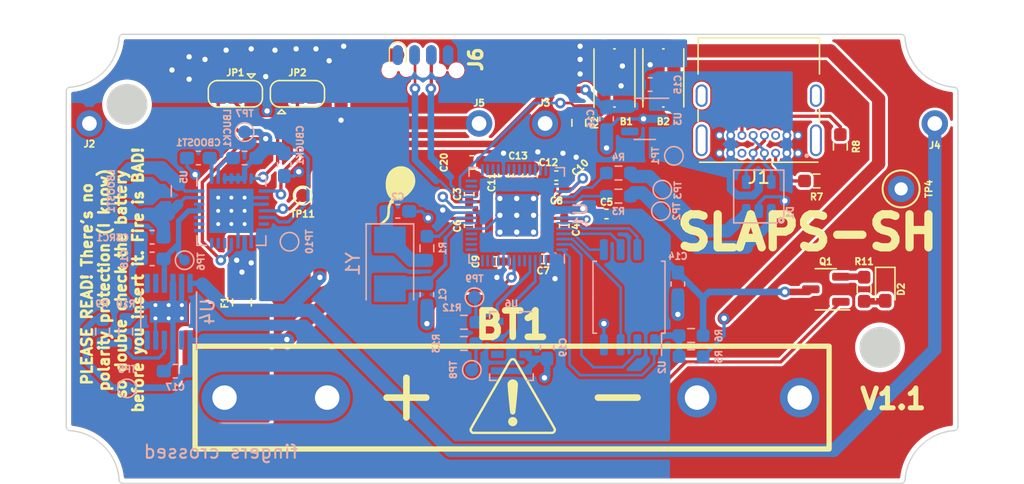
<source format=kicad_pcb>
(kicad_pcb (version 20221018) (generator pcbnew)
  (title_block (title "SLAPS-SH") (date "2023-05-17") (rev "V1.1") (company "Michael Shipman"))
  (layers (0 "F.Cu" signal) (31 "B.Cu" signal) (34 "B.Paste" user) (35 "F.Paste" user) (36 "B.SilkS" user "B.Silkscreen") (37 "F.SilkS" user "F.Silkscreen") (38 "B.Mask" user) (39 "F.Mask" user) (44 "Edge.Cuts" user))
  (net 0 "")
  (net 1 "Net-(C1-Pad2)")
  (net 2 "Net-(C2-Pad2)")
  (net 3 "/VSRC")
  (net 4 "/VBUCK")
  (net 5 "+1V1")
  (net 6 "/USB_D-")
  (net 7 "/USB_D+")
  (net 8 "Net-(BT1-Pad1)")
  (net 9 "+3V3")
  (net 10 "Net-(D2-Pad2)")
  (net 11 "/D1")
  (net 13 "Net-(Q1-Pad2)")
  (net 14 "/SCL")
  (net 15 "/SWDIO")
  (net 16 "/SWCLK")
  (net 19 "Net-(D1-Pad6)")
  (net 21 "Net-(J1-PadA5)")
  (net 24 "Net-(R1-Pad2)")
  (net 25 "/SDA")
  (net 26 "Net-(J1-PadB5)")
  (net 27 "Net-(B1-Pad2)")
  (net 29 "VBUS")
  (net 30 "+1V8")
  (net 31 "Net-(R3-Pad1)")
  (net 32 "Net-(R4-Pad1)")
  (net 33 "GND")
  (net 34 "Net-(F1-Pad2)")
  (net 35 "Net-(B2-Pad2)")
  (net 36 "/QSPI_SS")
  (net 37 "Net-(R10-Pad1)")
  (net 38 "/QSPI_SD1")
  (net 39 "+3V0")
  (net 40 "Net-(J4-Pad1)")
  (net 41 "/QSPI_SD2")
  (net 42 "/QSPI_SD0")
  (net 43 "/QSPI_SCLK")
  (net 44 "/QSPI_SD3")
  (net 73 "Net-(CBOOST1-Pad1)")
  (net 74 "Net-(CSRC1-Pad1)")
  (net 75 "Net-(JP1-Pad2)")
  (net 76 "Net-(JP2-Pad2)")
  (net 77 "Net-(LBOOST1-Pad2)")
  (net 78 "Net-(LBUCK1-Pad2)")
  (net 91 "Net-(D1-Pad4)")
  (footprint "Connector:P19-1121" (layer "F.Cu") (at 188.75044 96.74878)
    (fp_text reference "J4")
    (fp_text value "Conn_01x01_Male")
  )
  (footprint "Resistor_SMD:R_0603_1608Metric_Pad0.98x0.95mm_HandSolder" (layer "F.Cu") (at 181.6 98.5 -90)
    (fp_text reference "R8")
    (fp_text value "5.1k")
  )
  (footprint "Capacitor_SMD:C_0402_1005Metric_Pad0.74x0.62mm_HandSolder" (layer "F.Cu") (at 155.5 107.2 180)
    (fp_text reference "C9")
    (fp_text value "100nF")
  )
  (footprint "Battery:MPD_BK-82_x2" (layer "F.Cu") (at 156.75 117.5)
    (fp_text reference "BT1")
    (fp_text value "Battery_Cell")
  )
  (footprint "Resistor_SMD:R_0603_1608Metric_Pad0.98x0.95mm_HandSolder" (layer "F.Cu") (at 183.4 109.3 -90)
    (fp_text reference "R11")
    (fp_text value "590")
  )
  (footprint "Capacitor_SMD:C_0603_1608Metric_Pad1.08x0.95mm_HandSolder" (layer "F.Cu") (at 153.7 99.7 180)
    (fp_text reference "C20")
    (fp_text value "10uF")
  )
  (footprint "Connector:P19-1121" (layer "F.Cu") (at 159.25088 96.74878)
    (fp_text reference "J3")
    (fp_text value "Conn_01x01_Male")
  )
  (footprint "Capacitor_SMD:C_0402_1005Metric_Pad0.74x0.62mm_HandSolder" (layer "F.Cu") (at 160.1 101.7 180)
    (fp_text reference "C8")
    (fp_text value "1uF")
  )
  (footprint "Capacitor_SMD:C_0402_1005Metric_Pad0.74x0.62mm_HandSolder" (layer "F.Cu") (at 159.1 107 180)
    (fp_text reference "C7")
    (fp_text value "100nF")
  )
  (footprint "Package_TO_SOT_SMD:SOT-23-3" (layer "F.Cu") (at 180.5 109.3 180)
    (fp_text reference "Q1")
    (fp_text value "Q_NMOS_GSD")
  )
  (footprint "Button_Switch_SMD:SW_Push_1P1T_NO_CK_KMR2" (layer "F.Cu") (at 164.5 93.3 -90)
    (fp_text reference "B1")
    (fp_text value "KMR2")
  )
  (footprint "Resistor_SMD:R_0603_1608Metric_Pad0.98x0.95mm_HandSolder" (layer "F.Cu") (at 161.8 96.7 90)
    (fp_text reference "R2")
    (fp_text value "10k")
  )
  (footprint "Diode_SMD:D_0603_1608Metric_Pad1.05x0.95mm_HandSolder" (layer "F.Cu") (at 185 109.3 -90)
    (fp_text reference "D2")
    (fp_text value "LED")
  )
  (footprint "KiCAD Artwork:BalloonArt" (layer "F.Cu") (at 148.1 102.2)
    (fp_text reference "REF**" hide)
    (fp_text value "BalloonArt")
  )
  (footprint "Fuse:Fuse_0805_2012Metric_Pad1.15x1.40mm_HandSolder" (layer "F.Cu") (at 136.3 110.3 90)
    (fp_text reference "F1")
    (fp_text value "Polyfuse_Small")
  )
  (footprint "Jumper:SolderJumper-3_P1.3mm_Open_RoundedPad1.0x1.5mm" (layer "F.Cu") (at 135.8 94.5 180)
    (fp_text reference "JP1")
    (fp_text value "SolderJumper_3_Open")
  )
  (footprint "Capacitor_SMD:C_0402_1005Metric_Pad0.74x0.62mm_HandSolder" (layer "F.Cu") (at 160.7 104.5 -90)
    (fp_text reference "C4")
    (fp_text value "100nF")
  )
  (footprint "Capacitor_SMD:C_0402_1005Metric_Pad0.74x0.62mm_HandSolder" (layer "F.Cu") (at 156.1 100.7 -90)
    (fp_text reference "C11")
    (fp_text value "100nF")
  )
  (footprint "Connector:P19-1121" (layer "F.Cu") (at 124.75006 96.74878)
    (fp_text reference "J2")
    (fp_text value "Conn_01x01_Male")
  )
  (footprint "Capacitor_SMD:C_0402_1005Metric_Pad0.74x0.62mm_HandSolder" (layer "F.Cu") (at 153.5 102.1 90)
    (fp_text reference "C3")
    (fp_text value "100nF")
  )
  (footprint "TestPoint:TestPoint_Pad_D1.0mm" (layer "F.Cu") (at 140.9 102.2)
    (fp_text reference "TP11")
    (fp_text value "TestPoint")
  )
  (footprint "TestPoint:TestPoint_Keystone_5000-5004_Miniature" (layer "F.Cu") (at 186.2 101.7)
    (fp_text reference "TP4")
    (fp_text value "TestPoint")
  )
  (footprint "Resistor_SMD:R_0603_1608Metric_Pad0.98x0.95mm_HandSolder" (layer "F.Cu") (at 179.8 101.1)
    (fp_text reference "R7")
    (fp_text value "5.1k")
  )
  (footprint "Capacitor_SMD:C_0402_1005Metric_Pad0.74x0.62mm_HandSolder" (layer "F.Cu") (at 163.9 103.6)
    (fp_text reference "C5")
    (fp_text value "100nF")
  )
  (footprint "Connector:SOIC_clipProgSmall" (layer "F.Cu") (at 150 90.8205 180)
    (fp_text reference "J6")
    (fp_text value "SOICbite")
  )
  (footprint "Connector:P19-1121" (layer "F.Cu") (at 154.24962 96.74878)
    (fp_text reference "J5")
    (fp_text value "Conn_01x01_Male")
  )
  (footprint "Button_Switch_SMD:SW_Push_1P1T_NO_CK_KMR2" (layer "F.Cu") (at 168.2 93.3 90)
    (fp_text reference "B2")
    (fp_text value "KMR2")
  )
  (footprint "Connector_USB:USB_C_Receptacle_GCT_USB4085" (layer "F.Cu") (at 178.4 99 180)
    (fp_text reference "J1")
    (fp_text value "USB_C_Receptacle_USB2.0")
  )
  (footprint "Capacitor_SMD:C_0402_1005Metric_Pad0.74x0.62mm_HandSolder" (layer "F.Cu") (at 158.3 100.7 -90)
    (fp_text reference "C12")
    (fp_text value "100nF")
  )
  (footprint "Capacitor_SMD:C_0402_1005Metric_Pad0.74x0.62mm_HandSolder" (layer "F.Cu") (at 160.1 100.7 180)
    (fp_text reference "C10")
    (fp_text value "1uF")
  )
  (footprint "Capacitor_SMD:C_0402_1005Metric_Pad0.74x0.62mm_HandSolder" (layer "F.Cu") (at 157.2 100.7 -90)
    (fp_text reference "C13")
    (fp_text value "100nF")
  )
  (footprint "Jumper:SolderJumper-3_P1.3mm_Open_RoundedPad1.0x1.5mm" (layer "F.Cu") (at 140.5 94.5)
    (fp_text reference "JP2")
    (fp_text value "SolderJumper_3_Open")
  )
  (footprint "Capacitor_SMD:C_0402_1005Metric_Pad0.74x0.62mm_HandSolder" (layer "F.Cu") (at 153.5 104.5 -90)
    (fp_text reference "C6")
    (fp_text value "100nF")
  )
  (footprint "KiCAD Artwork:Warning" (layer "F.Cu") (at 156.8 117.4)
    (fp_text reference "G***" hide)
    (fp_text value "LOGO" hide)
  )
  (footprint "TestPoint:TestPoint_Pad_D1.0mm" (layer "B.Cu") (at 168.014969 103.382309 180)
    (fp_text reference "TP2")
    (fp_text value "TestPoint")
  )
  (footprint "Capacitor_SMD:C_0603_1608Metric_Pad1.08x0.95mm_HandSolder" (layer "B.Cu") (at 131.25 115.5 180)
    (fp_text reference "C17")
    (fp_text value "2.2uF")
  )
  (footprint "Package_SO:MSOP-12-1EP_3x4mm_P0.65mm_EP1.65x2.85mm_ThermalVias" (layer "B.Cu") (at 130.75 111 90)
    (fp_text reference "U4")
    (fp_text value "LTC4419")
  )
  (footprint "Capacitor_SMD:C_0603_1608Metric_Pad1.08x0.95mm_HandSolder" (layer "B.Cu") (at 169.3 108.9 -90)
    (fp_text reference "C14")
    (fp_text value "100nF")
  )
  (footprint "TestPoint:TestPoint_Pad_D1.0mm" (layer "B.Cu") (at 168.125653 101.757502 180)
    (fp_text reference "TP3")
    (fp_text value "TestPoint")
  )
  (footprint "Crystal:Crystal_SMD_5032-2Pin_5.0x3.2mm" (layer "B.Cu") (at 147.5 107.4 -90)
    (fp_text reference "Y1")
    (fp_text value "445I23D12M00000")
  )
  (footprint "TestPoint:TestPoint_Pad_D1.0mm" (layer "B.Cu") (at 153.9 109.9 180)
    (fp_text reference "TP9")
    (fp_text value "TestPoint")
  )
  (footprint "Capacitor_SMD:C_0603_1608Metric_Pad1.08x0.95mm_HandSolder" (layer "B.Cu") (at 159.4 113.7 -90)
    (fp_text reference "C19")
    (fp_text value "100nF")
  )
  (footprint "Inductor_SMD:IND_LPS4012-103MRC" (layer "B.Cu") (at 129 101.8625 90)
    (fp_text reference "LBOOST1")
    (fp_text value "10uH")
  )
  (footprint "Capacitor_SMD:C_0603_1608Metric_Pad1.08x0.95mm_HandSolder" (layer "B.Cu") (at 163.9 96.4 -90)
    (fp_text reference "C16")
    (fp_text value "1uF")
  )
  (footprint "Capacitor_SMD:C_0603_1608Metric_Pad1.08x0.95mm_HandSolder" (layer "B.Cu") (at 129.5 107 180)
    (fp_text reference "C18")
    (fp_text value "10uF")
  )
  (footprint "TestPoint:TestPoint_Pad_D1.0mm" (layer "B.Cu") (at 153.7 115.4 180)
    (fp_text reference "TP8")
    (fp_text value "TestPoint")
  )
  (footprint "Capacitor_SMD:C_0603_1608Metric_Pad1.08x0.95mm_HandSolder" (layer "B.Cu") (at 129.5 105.3625 180)
    (fp_text reference "CSRC1")
    (fp_text value "10uF")
  )
  (footprint "Package_SO:SOIC-8_5.23x5.23mm_P1.27mm" (layer "B.Cu") (at 165.6 109.9 90)
    (fp_text reference "U2")
    (fp_text value "W25Q128JVS")
  )
  (footprint "Capacitor_SMD:C_0603_1608Metric_Pad1.08x0.95mm_HandSolder" (layer "B.Cu") (at 150.3 109.7 90)
    (fp_text reference "C1")
    (fp_text value "27pF")
  )
  (footprint "RP2040_minimal:RP2040-QFN-56" (layer "B.Cu") (at 157.1 103.7 90)
    (fp_text reference "U1")
    (fp_text value "RP2040")
  )
  (footprint "TestPoint:TestPoint_Pad_D1.0mm" (layer "B.Cu") (at 127.6 116.8 180)
    (fp_text reference "TP5")
    (fp_text value "TestPoint")
  )
  (footprint "Resistor_SMD:R_0603_1608Metric_Pad0.98x0.95mm_HandSolder" (layer "B.Cu") (at 170.3 112.8 180)
    (fp_text reference "R6")
    (fp_text value "10k")
  )
  (footprint "Package_LGA:LGA-8_3x5mm_P1.25mm" (layer "B.Cu") (at 156.7 113.6 180)
    (fp_text reference "U6")
    (fp_text value "MS5607-02BA")
  )
  (footprint "TestPoint:TestPoint_Pad_D1.0mm" (layer "B.Cu") (at 139.9 105.7 180)
    (fp_text reference "TP10")
    (fp_text value "TestPoint")
  )
  (footprint "Package_TO_SOT_SMD:SOT-23-5" (layer "B.Cu") (at 166.8 96.4 180)
    (fp_text reference "U3")
    (fp_text value "TPS7A0530PDBV")
  )
  (footprint "Resistor_SMD:R_0603_1608Metric_Pad0.98x0.95mm_HandSolder" (layer "B.Cu") (at 170.3 114.4 180)
    (fp_text reference "R5")
    (fp_text value "1k")
  )
  (footprint "Resistor_SMD:R_0603_1608Metric_Pad0.98x0.95mm_HandSolder" (layer "B.Cu") (at 153.1 111.8)
    (fp_text reference "R12")
    (fp_text value "10k")
  )
  (footprint "Inductor_SMD:L_0603_1608Metric_Pad1.05x0.95mm_HandSolder" (layer "B.Cu") (at 136.5 99.3625 180)
    (fp_text reference "LBUCK1")
    (fp_text value "10uH")
  )
  (footprint "Capacitor_SMD:C_0603_1608Metric_Pad1.08x0.95mm_HandSolder" (layer "B.Cu") (at 139.5 99.8625 90)
    (fp_text reference "CBUCK1")
    (fp_text value "22uF")
  )
  (footprint "Resistor_SMD:R_0603_1608Metric_Pad0.98x0.95mm_HandSolder" (layer "B.Cu") (at 150.3 106.2 90)
    (fp_text reference "R1")
    (fp_text value "1k")
  )
  (footprint "Capacitor_SMD:C_0603_1608Metric_Pad1.08x0.95mm_HandSolder" (layer "B.Cu") (at 148.1 103.4 180)
    (fp_text reference "C2")
    (fp_text value "27pF")
  )
  (footprint "Resistor_SMD:R_0603_1608Metric_Pad0.98x0.95mm_HandSolder" (layer "B.Cu") (at 164.8 102.25)
    (fp_text reference "R3")
    (fp_text value "27")
  )
  (footprint "Resistor_SMD:R_0603_1608Metric_Pad0.98x0.95mm_HandSolder" (layer "B.Cu") (at 125.75 112.5 -90)
    (fp_text reference "R9")
    (fp_text value "1M")
  )
  (footprint "Resistor_SMD:R_0603_1608Metric_Pad0.98x0.95mm_HandSolder" (layer "B.Cu") (at 153.1 113.4)
    (fp_text reference "R13")
    (fp_text value "10k")
  )
  (footprint "Package_DFN_QFN:QFN-28-1EP_5x5mm_P0.5mm_EP3.35x3.35mm_ThermalVias" (layer "B.Cu") (at 135.5 103.3625 -90)
    (fp_text reference "U5")
    (fp_text value "AEM10941")
  )
  (footprint "Capacitor_SMD:C_0603_1608Metric_Pad1.08x0.95mm_HandSolder" (layer "B.Cu") (at 133 99.3625 180)
    (fp_text reference "CBOOST1")
    (fp_text value "22uF")
  )
  (footprint "Resistor_SMD:R_0603_1608Metric_Pad0.98x0.95mm_HandSolder" (layer "B.Cu") (at 127.5 112.5 90)
    (fp_text reference "R10")
    (fp_text value "715k")
  )
  (footprint "TestPoint:TestPoint_Pad_D1.0mm" (layer "B.Cu") (at 131.95704 107.099999 180)
    (fp_text reference "TP6")
    (fp_text value "TestPoint")
  )
  (footprint "TestPoint:TestPoint_Pad_D1.0mm" (layer "B.Cu") (at 136.5 97.4 180)
    (fp_text reference "TP7")
    (fp_text value "TestPoint")
  )
  (footprint "TestPoint:TestPoint_Pad_D1.0mm" (layer "B.Cu") (at 169 99.2 180)
    (fp_text reference "TP1")
    (fp_text value "TestPoint")
  )
  (footprint "Package_TO_SOT_SMD_AKL:SOT-23-6" (layer "B.Cu") (at 175.425 102.275 90)
    (fp_text reference "D1")
    (fp_text value "USBLC6-2SC6" hide)
  )
  (footprint "Capacitor_SMD:C_0603_1608Metric_Pad1.08x0.95mm_HandSolder" (layer "B.Cu") (at 167.2 93.8 180)
    (fp_text reference "C15")
    (fp_text value "1uF")
  )
  (footprint "Resistor_SMD:R_0603_1608Metric_Pad0.98x0.95mm_HandSolder" (layer "B.Cu") (at 164.8 100.5)
    (fp_text reference "R4")
    (fp_text value "27")
  )
  (gr_arc (start 123 94.3) (mid 123.087868 94.087868) (end 123.3 94) (stroke (width 0.1)) (layer "Edge.Cuts"))
  (gr_arc (start 190.2 94) (mid 190.412132 94.087868) (end 190.5 94.3) (stroke (width 0.1)) (layer "Edge.Cuts"))
  (gr_arc (start 186.5 123.7) (mid 186.412132 123.912132) (end 186.2 124) (stroke (width 0.1)) (layer "Edge.Cuts"))
  (gr_line (start 190.5 94.3) (end 190.5 119.7) (stroke (width 0.1)) (layer "Edge.Cuts"))
  (gr_arc (start 127 90.3) (mid 127.087868 90.087868) (end 127.3 90) (stroke (width 0.1)) (layer "Edge.Cuts"))
  (gr_arc (start 127.3 124) (mid 127.087868 123.912132) (end 127 123.7) (stroke (width 0.1)) (layer "Edge.Cuts"))
  (gr_arc (start 127 90.3) (mid 125.83319 92.83319) (end 123.3 94) (stroke (width 0.1)) (layer "Edge.Cuts"))
  (gr_circle (center 184.6 113.7) (end 186.1 113.7) (stroke (width 0.1)) (fill solid) (layer "Edge.Cuts"))
  (gr_line (start 186.2 124) (end 127.3 124) (stroke (width 0.1)) (layer "Edge.Cuts"))
  (gr_arc (start 190.2 94) (mid 187.666808 92.833191) (end 186.5 90.3) (stroke (width 0.1)) (layer "Edge.Cuts"))
  (gr_line (start 127.3 90) (end 186.2 90) (stroke (width 0.1)) (layer "Edge.Cuts"))
  (gr_arc (start 123.3 120) (mid 123.087868 119.912132) (end 123 119.7) (stroke (width 0.1)) (layer "Edge.Cuts"))
  (gr_line (start 123 94.3) (end 123 119.7) (stroke (width 0.1)) (layer "Edge.Cuts"))
  (gr_arc (start 190.5 119.7) (mid 190.412132 119.912132) (end 190.2 120) (stroke (width 0.1)) (layer "Edge.Cuts"))
  (gr_arc (start 186.5 123.7) (mid 187.666808 121.166808) (end 190.2 120) (stroke (width 0.1)) (layer "Edge.Cuts"))
  (gr_circle (center 127.6 95.3) (end 129.1 95.3) (stroke (width 0.1)) (fill solid) (layer "Edge.Cuts"))
  (gr_arc (start 186.2 90) (mid 186.412132 90.087868) (end 186.5 90.3) (stroke (width 0.1)) (layer "Edge.Cuts"))
  (gr_arc (start 123.3 120) (mid 125.833194 121.166806) (end 127 123.7) (stroke (width 0.1)) (layer "Edge.Cuts"))
  (gr_text "fingers crossed" (at 134.7 121.6) (layer "B.SilkS") (effects (font (size 1 1)) (justify mirror)))
  (gr_text "SLAPS-SH" (at 179.1 105) (layer "F.SilkS") (effects (font (size 2.5 2.5) (thickness 0.625))))
  (gr_text "PLEASE READ! There's no \npolarity protection (I know)\nso double check the battery \nbefore you insert it. Fire is BAD!" (at 126.5 108.6 90) (layer "F.SilkS") (effects (font (size 0.8 0.8) (thickness 0.2))))
  (gr_text "V1.1" (at 185.6 117.6) (layer "F.SilkS") (effects (font (size 1.5 1.5) (thickness 0.375))))
  (segment (start 147.9125 108.8375) (end 150.3 108.8375) (width 1) (layer "B.Cu") (net 1))
  (segment (start 147.5 109.25) (end 147.9125 108.8375) (width 1) (layer "B.Cu") (net 1))
  (segment (start 151.7 107.4375) (end 150.3 108.8375) (width 0.3) (layer "B.Cu") (net 1))
  (segment (start 152.8 104.3) (end 151.7 105.4) (width 0.2) (layer "B.Cu") (net 1))
  (segment (start 153.6625 104.3) (end 152.8 104.3) (width 0.2) (layer "B.Cu") (net 1))
  (segment (start 151.7 105.4) (end 151.7 107.4375) (width 0.3) (layer "B.Cu") (net 1))
  (segment (start 147.2375 105.2875) (end 147.5 105.55) (width 1) (layer "B.Cu") (net 2))
  (segment (start 147.5 105.55) (end 147.55 105.55) (width 1) (layer "B.Cu") (net 2))
  (segment (start 147.55 105.55) (end 149.1125 107.1125) (width 1) (layer "B.Cu") (net 2))
  (segment (start 149.1125 107.1125) (end 150.3 107.1125) (width 1) (layer "B.Cu") (net 2))
  (segment (start 147.2375 103.4) (end 147.2375 105.2875) (width 1) (layer "B.Cu") (net 2))
  (segment (start 133.05 103.3625) (end 132.25 103.3625) (width 0.4) (layer "B.Cu") (net 3))
  (segment (start 130.425 107.0625) (end 130.3625 107) (width 0.4) (layer "B.Cu") (net 3))
  (segment (start 131.5 105.8625) (end 130.3625 107) (width 0.4) (layer "B.Cu") (net 3))
  (segment (start 130.425 108.85) (end 130.425 107.0625) (width 0.4) (layer "B.Cu") (net 3))
  (segment (start 131.5 104.1125) (end 131.5 105.8625) (width 0.4) (layer "B.Cu") (net 3))
  (segment (start 132.25 103.3625) (end 131.5 104.1125) (width 0.4) (layer "B.Cu") (net 3))
  (segment (start 131.5 106.642959) (end 131.95704 107.099999) (width 0.4) (layer "B.Cu") (net 3))
  (segment (start 131.5 105.8625) (end 131.5 106.642959) (width 0.4) (layer "B.Cu") (net 3))
  (segment (start 133.05 103.3625) (end 133.05 102.8625) (width 0.25) (layer "B.Cu") (net 3))
  (segment (start 135.3 92.2) (end 140.8 92.2) (width 0.5) (layer "F.Cu") (net 4))
  (segment (start 140.8 92.2) (end 141.8 93.2) (width 0.5) (layer "F.Cu") (net 4))
  (segment (start 134.5 93) (end 135.3 92.2) (width 0.5) (layer "F.Cu") (net 4))
  (segment (start 134.7 107.1) (end 133.3 105.7) (width 0.25) (layer "F.Cu") (net 4))
  (segment (start 133.3 105.7) (end 133.3 101.2) (width 0.25) (layer "F.Cu") (net 4))
  (segment (start 134.5 94.5) (end 134.5 93) (width 0.5) (layer "F.Cu") (net 4))
  (segment (start 133.3 101.2) (end 136.6 97.9) (width 0.25) (layer "F.Cu") (net 4))
  (segment (start 134.5 95.8) (end 134.5 94.5) (width 0.25) (layer "F.Cu") (net 4))
  (segment (start 136.6 97.9) (end 134.5 95.8) (width 0.25) (layer "F.Cu") (net 4))
  (segment (start 141.8 93.2) (end 141.8 94.5) (width 0.5) (layer "F.Cu") (net 4))
  (segment (start 136.6 97.9) (end 138.1 97.9) (width 0.25) (layer "F.Cu") (net 4))
  (via (at 138.1 97.9) (size 0.8) (drill 0.4) (layers "F.Cu" "B.Cu") (net 4))
  (via (at 134.7 107.1) (size 0.8) (drill 0.4) (layers "F.Cu" "B.Cu") (net 4))
  (segment (start 139.1375 98.6375) (end 139.5 99) (width 1) (layer "B.Cu") (net 4))
  (segment (start 135.5 105.8125) (end 135.5 106.3) (width 0.25) (layer "B.Cu") (net 4))
  (segment (start 141.3 102.7) (end 141.3 99.4) (width 0.25) (layer "B.Cu") (net 4))
  (segment (start 139.1 104.2) (end 139.8 104.2) (width 0.25) (layer "B.Cu") (net 4))
  (segment (start 136.5 100.1125) (end 136.5 100.9125) (width 0.4) (layer "B.Cu") (net 4))
  (segment (start 137.95 103.8625) (end 138.7625 103.8625) (width 0.25) (layer "B.Cu") (net 4))
  (segment (start 138.1 98.6375) (end 137.375 99.3625) (width 1) (layer "B.Cu") (net 4))
  (segment (start 135 100.9125) (end 136.5 100.9125) (width 0.4) (layer "B.Cu") (net 4))
  (segment (start 137.25 99.3625) (end 136.5 100.1125) (width 0.4) (layer "B.Cu") (net 4))
  (segment (start 138.1 97.9) (end 137.6 97.4) (width 0.5) (layer "B.Cu") (net 4))
  (segment (start 138.7625 103.8625) (end 139.1 104.2) (width 0.25) (layer "B.Cu") (net 4))
  (segment (start 140.9 99) (end 139.5 99) (width 0.25) (layer "B.Cu") (net 4))
  (segment (start 138.1 98.6375) (end 139.1375 98.6375) (width 1) (layer "B.Cu") (net 4))
  (segment (start 137.375 99.3625) (end 137.25 99.3625) (width 0.4) (layer "B.Cu") (net 4))
  (segment (start 138.1 97.9) (end 138.1 98.6375) (width 1) (layer "B.Cu") (net 4))
  (segment (start 141.3 99.4) (end 140.9 99) (width 0.25) (layer "B.Cu") (net 4))
  (segment (start 139.8 104.2) (end 141.3 102.7) (width 0.25) (layer "B.Cu") (net 4))
  (segment (start 137.6 97.4) (end 136.5 97.4) (width 0.5) (layer "B.Cu") (net 4))
  (segment (start 135.5 106.3) (end 134.7 107.1) (width 0.25) (layer "B.Cu") (net 4))
  (segment (start 162.35 103.95) (end 160.6675 103.95) (width 0.25) (layer "F.Cu") (net 5))
  (segment (start 153.5 102.6675) (end 154.4325 102.6675) (width 0.25) (layer "F.Cu") (net 5))
  (segment (start 154.4325 102.6675) (end 154.9 102.2) (width 0.25) (layer "F.Cu") (net 5))
  (segment (start 161.3 101.7) (end 162.1 100.9) (width 0.25) (layer "F.Cu") (net 5))
  (segment (start 160.6675 101.7) (end 160.6675 101.7325) (width 0.25) (layer "F.Cu") (net 5))
  (segment (start 160.6675 101.7325) (end 159.2 103.2) (width 0.2) (layer "F.Cu") (net 5))
  (segment (start 159.4675 103.9325) (end 160.7 103.9325) (width 0.25) (layer "F.Cu") (net 5))
  (segment (start 151.5 102.3) (end 152.3 103.1) (width 0.2) (layer "F.Cu") (net 5))
  (segment (start 162.4 104) (end 162.35 103.95) (width 0.25) (layer "F.Cu") (net 5))
  (segment (start 153.2325 103.1) (end 153.5325 102.8) (width 0.2) (layer "F.Cu") (net 5))
  (segment (start 160.6675 101.7) (end 161.3 101.7) (width 0.25) (layer "F.Cu") (net 5))
  (segment (start 152.3 103.1) (end 153.2325 103.1) (width 0.2) (layer "F.Cu") (net 5))
  (via (at 151.5 102.3) (size 0.8) (drill 0.4) (layers "F.Cu" "B.Cu") (net 5))
  (via (at 162.1 100.9) (size 0.8) (drill 0.4) (layers "F.Cu" "B.Cu") (net 5))
  (via (at 162.4 104) (size 0.6) (drill 0.3) (layers "F.Cu" "B.Cu") (net 5))
  (segment (start 162.3 103.9) (end 160.5375 103.9) (width 0.25) (layer "B.Cu") (net 5))
  (segment (start 151.5 102.3) (end 152.3 103.1) (width 0.2) (layer "B.Cu") (net 5))
  (segment (start 152.3 103.1) (end 153.6625 103.1) (width 0.2) (layer "B.Cu") (net 5))
  (segment (start 162.1 100.9) (end 161.1 101.9) (width 0.2) (layer "B.Cu") (net 5))
  (segment (start 161.1 101.9) (end 160.5375 101.9) (width 0.2) (layer "B.Cu") (net 5))
  (segment (start 162.4 104) (end 162.3 103.9) (width 0.25) (layer "B.Cu") (net 5))
  (segment (start 174.475 103.455258) (end 174.475 103.375) (width 0.7) (layer "B.Cu") (net 6))
  (segment (start 167.129742 100.76) (end 171.254742 104.885) (width 1) (layer "B.Cu") (net 6))
  (segment (start 173.045258 104.885) (end 173.565129 104.365129) (width 1) (layer "B.Cu") (net 6))
  (segment (start 171.254742 104.885) (end 173.045258 104.885) (width 1) (layer "B.Cu") (net 6))
  (segment (start 173.565129 104.365129) (end 174.475 103.455258) (width 0.7) (layer "B.Cu") (net 6))
  (segment (start 165.9725 100.76) (end 167.129742 100.76) (width 1) (layer "B.Cu") (net 6))
  (segment (start 165.7125 100.5) (end 165.9725 100.76) (width 1) (layer "B.Cu") (net 6))
  (segment (start 165.9725 101.99) (end 166.620258 101.99) (width 1) (layer "B.Cu") (net 7))
  (segment (start 176.375 104.225) (end 174.485 106.115) (width 0.7) (layer "B.Cu") (net 7))
  (segment (start 166.620258 101.99) (end 170.745258 106.115) (width 1) (layer "B.Cu") (net 7))
  (segment (start 165.7125 102.25) (end 165.9725 101.99) (width 1) (layer "B.Cu") (net 7))
  (segment (start 174.485 106.115) (end 173.554742 106.115) (width 1) (layer "B.Cu") (net 7))
  (segment (start 176.375 103.375) (end 176.375 104.225) (width 0.7) (layer "B.Cu") (net 7))
  (segment (start 170.745258 106.115) (end 173.554742 106.115) (width 1) (layer "B.Cu") (net 7))
  (segment (start 134.98 117.5) (end 142.75 117.5) (width 3.5) (layer "B.Cu") (net 8))
  (segment (start 179.1625 109.5) (end 179.3625 109.3) (width 0.5) (layer "F.Cu") (net 9))
  (segment (start 160.6 100.6325) (end 160.6675 100.7) (width 0.25) (layer "F.Cu") (net 9))
  (segment (start 162.1 103.2) (end 162.9325 103.2) (width 0.2) (layer "F.Cu") (net 9))
  (segment (start 145.5295 91.5705) (end 143.8 93.3) (width 1) (layer "F.Cu") (net 9))
  (segment (start 161.8 99.1) (end 161.6 99.3) (width 1) (layer "F.Cu") (net 9))
  (segment (start 160.6 99) (end 160.6 100.6325) (width 0.25) (layer "F.Cu") (net 9))
  (segment (start 160 107.2675) (end 159.7 106.9675) (width 0.25) (layer "F.Cu") (net 9))
  (segment (start 152.1325 103.9325) (end 151.5 103.3) (width 0.25) (layer "F.Cu") (net 9))
  (segment (start 158.3 100.1325) (end 158.3 99.3) (width 0.2) (layer "F.Cu") (net 9))
  (segment (start 158.3 100.1325) (end 156.1 100.1325) (width 1) (layer "F.Cu") (net 9))
  (segment (start 156.1 99) (end 156.1 100.1325) (width 0.25) (layer "F.Cu") (net 9))
  (segment (start 161.6 99.7675) (end 160.6675 100.7) (width 0.25) (layer "F.Cu") (net 9))
  (segment (start 160 108.5) (end 160 107.2675) (width 0.25) (layer "F.Cu") (net 9))
  (segment (start 153.5 103.9325) (end 152.1325 103.9325) (width 0.25) (layer "F.Cu") (net 9))
  (segment (start 156.1 100.1325) (end 154.995 100.1325) (width 1) (layer "F.Cu") (net 9))
  (segment (start 161.8 97.6125) (end 161.8 99.1) (width 1) (layer "F.Cu") (net 9))
  (segment (start 148.095 91.5705) (end 145.5295 91.5705) (width 1) (layer "F.Cu") (net 9))
  (segment (start 177.4 109.5) (end 179.1625 109.5) (width 0.5) (layer "F.Cu") (net 9))
  (segment (start 161.6 99.3) (end 161.6 99.7675) (width 0.25) (layer "F.Cu") (net 9))
  (segment (start 162.9325 103.2) (end 163.3325 103.6) (width 0.2) (layer "F.Cu") (net 9))
  (segment (start 155.6 108.4) (end 156.1 107.9) (width 0.2) (layer "F.Cu") (net 9))
  (segment (start 143.8 93.3) (end 143.8 96.5) (width 1) (layer "F.Cu") (net 9))
  (segment (start 158.3 99.3) (end 158.7 98.9) (width 0.2) (layer "F.Cu") (net 9))
  (segment (start 154.995 100.1325) (end 154.5625 99.7) (width 1) (layer "F.Cu") (net 9))
  (segment (start 156.1 107.9) (end 156.1 107.1675) (width 0.2) (layer "F.Cu") (net 9))
  (via (at 158.7 98.9) (size 0.8) (drill 0.4) (layers "F.Cu" "B.Cu") (net 9))
  (via (at 151.5 103.3) (size 0.8) (drill 0.4) (layers "F.Cu" "B.Cu") (net 9))
  (via (at 143.8 96.5) (size 0.8) (drill 0.4) (layers "F.Cu" "B.Cu") (net 9))
  (via (at 161.6 99.3) (size 0.8) (drill 0.4) (layers "F.Cu" "B.Cu") (net 9))
  (via (at 160.6 99) (size 0.8) (drill 0.4) (layers "F.Cu" "B.Cu") (net 9))
  (via (at 177.4 109.5) (size 0.8) (drill 0.4) (layers "F.Cu" "B.Cu") (net 9))
  (via (at 156.1 99) (size 0.8) (drill 0.4) (layers "F.Cu" "B.Cu") (net 9))
  (via (at 155.6 108.4) (size 0.8) (drill 0.4) (layers "F.Cu" "B.Cu") (net 9))
  (via (at 160 108.5) (size 0.8) (drill 0.4) (layers "F.Cu" "B.Cu") (net 9))
  (via (at 162.1 103.2) (size 0.8) (drill 0.4) (layers "F.Cu" "B.Cu") (net 9))
  (segment (start 161.6 99.3) (end 161.6 100.0375) (width 0.25) (layer "B.Cu") (net 9))
  (segment (start 163.4 103.7) (end 162.9 103.2) (width 0.25) (layer "B.Cu") (net 9))
  (segment (start 151.5 103.3) (end 151.7 103.5) (width 0.2) (layer "B.Cu") (net 9))
  (segment (start 159.4 112.8375) (end 157.9125 112.8375) (width 0.5) (layer "B.Cu") (net 9))
  (segment (start 160.5375 101.5) (end 160.5375 101.1) (width 0.25) (layer "B.Cu") (net 9))
  (segment (start 157.9125 112.8375) (end 157.775 112.975) (width 0.5) (layer "B.Cu") (net 9))
  (segment (start 159.7 100.2625) (end 159.7 99.9) (width 0.25) (layer "B.Cu") (net 9))
  (segment (start 160.5375 103.1) (end 160.5375 103.5) (width 0.2) (layer "B.Cu") (net 9))
  (segment (start 169.3 108.0375) (end 171.2125 109.95) (width 0.5) (layer "B.Cu") (net 9))
  (segment (start 156.1 107.1375) (end 156.1 107.9) (width 0.2) (layer "B.Cu") (net 9))
  (segment (start 160.15 99.45) (end 160.6 99) (width 0.25) (layer "B.Cu") (net 9))
  (segment (start 167.505 106.3) (end 167.505 105.505) (width 0.25) (layer "B.Cu") (net 9))
  (segment (start 167.5625 106.3) (end 169.3 108.0375) (width 0.5) (layer "B.Cu") (net 9))
  (segment (start 159.4 112.8375) (end 158.8875 112.8375) (width 0.5) (layer "B.Cu") (net 9))
  (segment (start 152.1875 111.8) (end 152.1875 113.4) (width 0.25) (layer "B.Cu") (net 9))
  (segment (start 160.5375 103.1) (end 162 103.1) (width 0.2) (layer "B.Cu") (net 9))
  (segment (start 158.7 98.9) (end 159.25 99.45) (width 0.2) (layer "B.Cu") (net 9))
  (segment (start 165.7 103.7) (end 163.4 103.7) (width 0.25) (layer "B.Cu") (net 9))
  (segment (start 159.7 99.9) (end 160.15 99.45) (width 0.25) (layer "B.Cu") (net 9))
  (segment (start 171.2125 109.95) (end 171.6625 109.5) (width 0.5) (layer "B.Cu") (net 9))
  (segment (start 171.2125 109.95) (end 171.2125 112.8) (width 0.5) (layer "B.Cu") (net 9))
  (segment (start 159.25 99.45) (end 160.15 99.45) (width 0.2) (layer "B.Cu") (net 9))
  (segment (start 156.1 100.2625) (end 156.1 99) (width 0.25) (layer "B.Cu") (net 9))
  (segment (start 167.505 105.505) (end 165.7 103.7) (width 0.25) (layer "B.Cu") (net 9))
  (segment (start 167.505 106.3) (end 167.5625 106.3) (width 0.5) (layer "B.Cu") (net 9))
  (segment (start 156.1 107.9) (end 155.6 108.4) (width 0.2) (layer "B.Cu") (net 9))
  (segment (start 159.7 108.2) (end 160 108.5) (width 0.25) (layer "B.Cu") (net 9))
  (segment (start 159.7 107.1375) (end 159.7 108.2) (width 0.25) (layer "B.Cu") (net 9))
  (segment (start 171.6625 109.5) (end 177.4 109.5) (width 0.5) (layer "B.Cu") (net 9))
  (segment (start 151.7 103.5) (end 153.6625 103.5) (width 0.2) (layer "B.Cu") (net 9))
  (segment (start 162.9 103.2) (end 162.1 103.2) (width 0.25) (layer "B.Cu") (net 9))
  (segment (start 161.6 100.0375) (end 160.5375 101.1) (width 0.25) (layer "B.Cu") (net 9))
  (segment (start 158.8875 112.8375) (end 157.775 111.725) (width 0.5) (layer "B.Cu") (net 9))
  (segment (start 162 103.1) (end 162.1 103.2) (width 0.2) (layer "B.Cu") (net 9))
  (segment (start 184.9625 110.2125) (end 185 110.175) (width 0.5) (layer "F.Cu") (net 10))
  (segment (start 183.4 110.2125) (end 184.9625 110.2125) (width 0.5) (layer "F.Cu") (net 10))
  (segment (start 152.7 109.4) (end 151.2 110.9) (width 0.25) (layer "F.Cu") (net 11))
  (segment (start 177.0875 114.8) (end 181.6375 110.25) (width 0.25) (layer "F.Cu") (net 11))
  (segment (start 151.2 115.3) (end 153 117.1) (width 0.25) (layer "F.Cu") (net 11))
  (segment (start 151.2 110.9) (end 151.2 115.3) (width 0.25) (layer "F.Cu") (net 11))
  (segment (start 167.6 117.1) (end 169.9 114.8) (width 0.25) (layer "F.Cu") (net 11))
  (segment (start 153 117.1) (end 167.6 117.1) (width 0.25) (layer "F.Cu") (net 11))
  (segment (start 156.7 108.4) (end 155.7 109.4) (width 0.25) (layer "F.Cu") (net 11))
  (segment (start 169.9 114.8) (end 177.0875 114.8) (width 0.25) (layer "F.Cu") (net 11))
  (segment (start 155.7 109.4) (end 152.7 109.4) (width 0.25) (layer "F.Cu") (net 11))
  (via (at 156.7 108.4) (size 0.8) (drill 0.4) (layers "F.Cu" "B.Cu") (net 11))
  (segment (start 156.9 108.2) (end 156.7 108.4) (width 0.25) (layer "B.Cu") (net 11))
  (segment (start 156.9 107.1375) (end 156.9 108.2) (width 0.25) (layer "B.Cu") (net 11))
  (segment (start 183.3625 108.35) (end 183.4 108.3875) (width 0.5) (layer "F.Cu") (net 13))
  (segment (start 181.6375 108.35) (end 183.3625 108.35) (width 0.5) (layer "F.Cu") (net 13))
  (segment (start 155.625 111.725) (end 154.0875 111.725) (width 0.25) (layer "B.Cu") (net 14))
  (segment (start 158.1 108) (end 157.9 108.2) (width 0.2) (layer "B.Cu") (net 14))
  (segment (start 154.0125 111.8) (end 154.0125 110.0125) (width 0.25) (layer "B.Cu") (net 14))
  (segment (start 154.0125 110.0125) (end 153.9 109.9) (width 0.25) (layer "B.Cu") (net 14))
  (segment (start 154.0875 111.725) (end 154.0125 111.8) (width 0.25) (layer "B.Cu") (net 14))
  (segment (start 155.625 110.475) (end 155.625 111.725) (width 0.25) (layer "B.Cu") (net 14))
  (segment (start 157.9 108.2) (end 155.625 110.475) (width 0.25) (layer "B.Cu") (net 14))
  (segment (start 158.1 107.1375) (end 158.1 108) (width 0.2) (layer "B.Cu") (net 14))
  (segment (start 150.6 94.1) (end 150.635 94.065) (width 0.25) (layer "F.Cu") (net 15))
  (segment (start 150.635 94.065) (end 150.635 91.5705) (width 0.25) (layer "F.Cu") (net 15))
  (via (at 150.6 94.1) (size 0.8) (drill 0.4) (layers "F.Cu" "B.Cu") (net 15))
  (segment (start 152.1 101.4) (end 152.1 100.8) (width 0.2) (layer "B.Cu") (net 15))
  (segment (start 150.6 99.3) (end 150.6 94.1) (width 0.5) (layer "B.Cu") (net 15))
  (segment (start 153.6625 102.3) (end 153 102.3) (width 0.2) (layer "B.Cu") (net 15))
  (segment (start 152.1 100.8) (end 150.6 99.3) (width 0.5) (layer "B.Cu") (net 15))
  (segment (start 153 102.3) (end 152.5 101.8) (width 0.2) (layer "B.Cu") (net 15))
  (segment (start 152.5 101.8) (end 152.1 101.4) (width 0.2) (layer "B.Cu") (net 15))
  (segment (start 149.4 94.1) (end 149.4 91.6055) (width 0.2) (layer "F.Cu") (net 16))
  (segment (start 149.4 91.6055) (end 149.365 91.5705) (width 0.2) (layer "F.Cu") (net 16))
  (via (at 149.4 94.1) (size 0.8) (drill 0.4) (layers "F.Cu" "B.Cu") (net 16))
  (segment (start 151 101.1) (end 149.4 99.5) (width 0.5) (layer "B.Cu") (net 16))
  (segment (start 153.6625 102.7) (end 152.9 102.7) (width 0.2) (layer "B.Cu") (net 16))
  (segment (start 152.9 102.7) (end 152 101.8) (width 0.2) (layer "B.Cu") (net 16))
  (segment (start 151.3 101.1) (end 151 101.1) (width 0.2) (layer "B.Cu") (net 16))
  (segment (start 152 101.8) (end 151.3 101.1) (width 0.2) (layer "B.Cu") (net 16))
  (segment (start 149.4 99.5) (end 149.4 94.1) (width 0.5) (layer "B.Cu") (net 16))
  (segment (start 176.375 101.175) (end 176.375 100.325) (width 0.25) (layer "B.Cu") (net 19))
  (segment (start 175.85 99.8) (end 175.85 99) (width 0.25) (layer "B.Cu") (net 19))
  (segment (start 175.85 98.8) (end 175.85 99) (width 0.2) (layer "B.Cu") (net 19))
  (segment (start 175 97.95) (end 175.85 98.8) (width 0.2) (layer "B.Cu") (net 19))
  (segment (start 175 97.65) (end 175 97.95) (width 0.2) (layer "B.Cu") (net 19))
  (segment (start 176.375 100.325) (end 175.85 99.8) (width 0.25) (layer "B.Cu") (net 19))
  (segment (start 176.7 99) (end 176.7 99.8) (width 0.25) (layer "F.Cu") (net 21))
  (segment (start 178 101.1) (end 178.8875 101.1) (width 0.25) (layer "F.Cu") (net 21))
  (segment (start 176.7 99.8) (end 178 101.1) (width 0.25) (layer "F.Cu") (net 21))
  (segment (start 151.2125 105.2875) (end 150.3 105.2875) (width 0.25) (layer "B.Cu") (net 24))
  (segment (start 152.6 103.9) (end 151.2125 105.2875) (width 0.2) (layer "B.Cu") (net 24))
  (segment (start 153.6625 103.9) (end 152.6 103.9) (width 0.2) (layer "B.Cu") (net 24))
  (segment (start 155.625 112.975) (end 154.4375 112.975) (width 0.25) (layer "B.Cu") (net 25))
  (segment (start 156.025 112.975) (end 156.8 112.2) (width 0.25) (layer "B.Cu") (net 25))
  (segment (start 154.4375 112.975) (end 154.0125 113.4) (width 0.25) (layer "B.Cu") (net 25))
  (segment (start 156.8 110.4) (end 158.5 108.7) (width 0.25) (layer "B.Cu") (net 25))
  (segment (start 158.5 108.7) (end 158.5 108) (width 0.2) (layer "B.Cu") (net 25))
  (segment (start 155.625 112.975) (end 156.025 112.975) (width 0.25) (layer "B.Cu") (net 25))
  (segment (start 156.8 112.2) (end 156.8 110.4) (width 0.25) (layer "B.Cu") (net 25))
  (segment (start 158.5 108) (end 158.5 107.1375) (width 0.2) (layer "B.Cu") (net 25))
  (segment (start 153.7 115.4) (end 154.0125 115.0875) (width 0.25) (layer "B.Cu") (net 25))
  (segment (start 154.0125 115.0875) (end 154.0125 113.4) (width 0.25) (layer "B.Cu") (net 25))
  (segment (start 174.15 96.95) (end 174.9 96.2) (width 0.25) (layer "F.Cu") (net 26))
  (segment (start 180.8 96.2) (end 181.6 97) (width 0.25) (layer "F.Cu") (net 26))
  (segment (start 174.15 97.65) (end 174.15 96.95) (width 0.25) (layer "F.Cu") (net 26))
  (segment (start 181.6 97) (end 181.6 97.5875) (width 0.25) (layer "F.Cu") (net 26))
  (segment (start 174.9 96.2) (end 180.8 96.2) (width 0.25) (layer "F.Cu") (net 26))
  (segment (start 161.8 95.7875) (end 163.2625 95.7875) (width 1) (layer "F.Cu") (net 27))
  (segment (start 161.2125 95.2) (end 161.8 95.7875) (width 0.2) (layer "F.Cu") (net 27))
  (segment (start 163.7 91.25) (end 163.7 95.35) (width 1) (layer "F.Cu") (net 27))
  (segment (start 163.2625 95.7875) (end 163.7 95.35) (width 1) (layer "F.Cu") (net 27))
  (segment (start 160.4 95.2) (end 161.2125 95.2) (width 0.2) (layer "F.Cu") (net 27))
  (via (at 160.4 95.2) (size 0.8) (drill 0.4) (layers "F.Cu" "B.Cu") (net 27))
  (segment (start 160.4 95.2) (end 158.4 95.2) (width 0.2) (layer "B.Cu") (net 27))
  (segment (start 153.1 101.9) (end 153.6625 101.9) (width 0.2) (layer "B.Cu") (net 27))
  (segment (start 158.4 95.2) (end 152.8 100.8) (width 0.2) (layer "B.Cu") (net 27))
  (segment (start 152.8 101.6) (end 153.1 101.9) (width 0.2) (layer "B.Cu") (net 27))
  (segment (start 152.8 100.8) (end 152.8 101.6) (width 0.2) (layer "B.Cu") (net 27))
  (segment (start 175.425 101.775) (end 175.425 101.175) (width 0.6) (layer "B.Cu") (net 29))
  (segment (start 173.8 102.2) (end 175 102.2) (width 0.6) (layer "B.Cu") (net 29))
  (segment (start 173.3 99) (end 173.3 101.7) (width 0.6) (layer "B.Cu") (net 29))
  (segment (start 173.3 99) (end 173.3 97.65) (width 0.6) (layer "B.Cu") (net 29))
  (segment (start 175 102.2) (end 175.425 101.775) (width 0.6) (layer "B.Cu") (net 29))
  (segment (start 173.3 101.7) (end 173.8 102.2) (width 0.6) (layer "B.Cu") (net 29))
  (segment (start 177.55 97.65) (end 177.55 99) (width 0.6) (layer "B.Cu") (net 29))
  (segment (start 139.4 103.2) (end 139.9 103.2) (width 0.25) (layer "F.Cu") (net 30))
  (segment (start 139.9 103.2) (end 140.9 102.2) (width 0.25) (layer "F.Cu") (net 30))
  (via (at 139.4 103.2) (size 0.8) (drill 0.4) (layers "F.Cu" "B.Cu") (net 30))
  (segment (start 139.2375 103.3625) (end 139.4 103.2) (width 0.25) (layer "B.Cu") (net 30))
  (segment (start 137.95 103.3625) (end 139.2375 103.3625) (width 0.25) (layer "B.Cu") (net 30))
  (segment (start 162.05 102.25) (end 163.8875 102.25) (width 0.2) (layer "B.Cu") (net 31))
  (segment (start 161.6 102.7) (end 162.05 102.25) (width 0.2) (layer "B.Cu") (net 31))
  (segment (start 160.5375 102.7) (end 161.6 102.7) (width 0.2) (layer "B.Cu") (net 31))
  (segment (start 162.8 101.6) (end 163.8875 100.5125) (width 0.2) (layer "B.Cu") (net 32))
  (segment (start 161.4 102.3) (end 162.1 101.6) (width 0.2) (layer "B.Cu") (net 32))
  (segment (start 160.5375 102.3) (end 161.4 102.3) (width 0.2) (layer "B.Cu") (net 32))
  (segment (start 162.1 101.6) (end 162.8 101.6) (width 0.2) (layer "B.Cu") (net 32))
  (segment (start 163.8875 100.5125) (end 163.8875 100.5) (width 0.2) (layer "B.Cu") (net 32))
  (via (at 140.6 100.4) (size 0.8) (drill 0.4) (layers "F.Cu" "B.Cu") (net 33))
  (via (at 144 90.9) (size 0.8) (drill 0.4) (layers "F.Cu" "B.Cu") (net 33))
  (via (at 161.9 90.9) (size 0.8) (drill 0.4) (layers "F.Cu" "B.Cu") (net 33))
  (via (at 138.8 91.2) (size 0.8) (drill 0.4) (layers "F.Cu" "B.Cu") (net 33))
  (via (at 133.5 91.9) (size 0.8) (drill 0.4) (layers "F.Cu" "B.Cu") (net 33))
  (via (at 165 93.9) (size 0.8) (drill 0.4) (layers "F.Cu" "B.Cu") (net 33))
  (via (at 163.9 98.6) (size 0.8) (drill 0.4) (layers "F.Cu" "B.Cu") (net 33))
  (via (at 138.2 95.8) (size 0.8) (drill 0.4) (layers "F.Cu" "B.Cu") (net 33))
  (via (at 150.3 111.9) (size 0.8) (drill 0.4) (layers "F.Cu" "B.Cu") (net 33))
  (via (at 165.1 92.4) (size 0.8) (drill 0.4) (layers "F.Cu" "B.Cu") (net 33))
  (via (at 142.9 92) (size 0.8) (drill 0.4) (layers "F.Cu" "B.Cu") (net 33))
  (via (at 166.7 96.4) (size 0.8) (drill 0.4) (layers "F.Cu" "B.Cu") (net 33))
  (via (at 167.2 92.3) (size 0.8) (drill 0.4) (layers "F.Cu" "B.Cu") (net 33))
  (via (at 131 92.7) (size 0.8) (drill 0.4) (layers "F.Cu" "B.Cu") (net 33))
  (via (at 140.4 91.1) (size 0.8) (drill 0.4) (layers "F.Cu" "B.Cu") (net 33))
  (via (at 138.1 93.2) (size 0.8) (drill 0.4) (layers "F.Cu" "B.Cu") (net 33))
  (via (at 132.3 93.4) (size 0.8) (drill 0.4) (layers "F.Cu" "B.Cu") (net 33))
  (via (at 163.7 111.9) (size 0.8) (drill 0.4) (layers "F.Cu" "B.Cu") (net 33))
  (via (at 135.1 91.2) (size 0.8) (drill 0.4) (layers "F.Cu" "B.Cu") (net 33))
  (via (at 159.2 116) (size 0.8) (drill 0.4) (layers "F.Cu" "B.Cu") (net 33))
  (via (at 150.4 103.9) (size 0.8) (drill 0.4) (layers "F.Cu" "B.Cu") (net 33))
  (via (at 177.4 102.6) (size 0.8) (drill 0.4) (layers "F.Cu" "B.Cu") (net 33))
  (via (at 169.3 111.2) (size 0.8) (drill 0.4) (layers "F.Cu" "B.Cu") (net 33))
  (via (at 132.75 100.6125) (size 0.8) (drill 0.4) (layers "F.Cu" "B.Cu") (net 33))
  (via (at 137 91.1) (size 0.8) (drill 0.4) (layers "F.Cu" "B.Cu") (net 33))
  (via (at 132.3 91.7) (size 0.8) (drill 0.4) (layers "F.Cu" "B.Cu") (net 33))
  (via (at 161.9 91.9) (size 0.8) (drill 0.4) (layers "F.Cu" "B.Cu") (net 33))
  (via (at 141.9 91.1) (size 0.8) (drill 0.4) (layers "F.Cu" "B.Cu") (net 33))
  (via (at 161.9 93) (size 0.8) (drill 0.4) (layers "F.Cu" "B.Cu") (net 33))
  (segment (start 131.075 110.175) (end 130.75 110.5) (width 0.5) (layer "B.Cu") (net 33))
  (segment (start 137.95 102.8625) (end 137 102.8625) (width 0.25) (layer "B.Cu") (net 33))
  (segment (start 140.6 100.4) (end 140.275 100.725) (width 0.25) (layer "B.Cu") (net 33))
  (segment (start 163.695 113.5) (end 163.695 111.905) (width 0.25) (layer "B.Cu") (net 33))
  (segment (start 132.1375 100) (end 132.75 100.6125) (width 0.25) (layer "B.Cu") (net 33))
  (segment (start 163.9 97.2625) (end 163.9 98.6) (width 1) (layer "B.Cu") (net 33))
  (segment (start 159.4 114.5625) (end 158.6875 114.5625) (width 0.5) (layer "B.Cu") (net 33))
  (segment (start 175.9 102.3) (end 177.1 102.3) (width 0.25) (layer "B.Cu") (net 33))
  (segment (start 129.75 113.125) (end 129.775 113.15) (width 0.25) (layer "B.Cu") (net 33))
  (segment (start 158.6875 114.5625) (end 158.1125 114.5625) (width 0.5) (layer "B.Cu") (net 33))
  (segment (start 148.9625 103.4) (end 149.9 103.4) (width 0.25) (layer "B.Cu") (net 33))
  (segment (start 158.6875 114.5625) (end 157.775 115.475) (width 0.5) (layer "B.Cu") (net 33))
  (segment (start 159.4 115.8) (end 159.2 116) (width 0.5) (layer "B.Cu") (net 33))
  (segment (start 136 104.8625) (end 135.5 104.3625) (width 0.25) (layer "B.Cu") (net 33))
  (segment (start 163.695 111.905) (end 163.7 111.9) (width 0.25) (layer "B.Cu") (net 33))
  (segment (start 129 110.5) (end 130.75 110.5) (width 0.5) (layer "B.Cu") (net 33))
  (segment (start 137 104.8625) (end 136.5 104.3625) (width 0.25) (layer "B.Cu") (net 33))
  (segment (start 136 105.8125) (end 136 104.8625) (width 0.25) (layer "B.Cu") (net 33))
  (segment (start 132.1375 99.3625) (end 132.1375 100) (width 0.25) (layer "B.Cu") (net 33))
  (segment (start 128.6375 107) (end 128 107.6375) (width 0.5) (layer "B.Cu") (net 33))
  (segment (start 131.725 108.85) (end 131.725 110.475) (width 0.4) (layer "B.Cu") (net 33))
  (segment (start 137 102.8625) (end 136.5 102.3625) (width 0.25) (layer "B.Cu") (net 33))
  (segment (start 131.075 108.85) (end 131.075 110.175) (width 0.5) (layer "B.Cu") (net 33))
  (segment (start 131.075 113.15) (end 131.075 111.825) (width 0.4) (layer "B.Cu") (net 33))
  (segment (start 137.95 102.3625) (end 136.5 102.3625) (width 0.25) (layer "B.Cu") (net 33))
  (segment (start 175.425 103.375) (end 175.425 102.775) (width 0.25) (layer "B.Cu") (net 33))
  (segment (start 150.3 110.5625) (end 150.3 111.9) (width 1) (layer "B.Cu") (net 33))
  (segment (start 159.4 114.5625) (end 159.4 115.8) (width 0.5) (layer "B.Cu") (net 33))
  (segment (start 163.9375 97.2625) (end 164.8 96.4) (width 0.25) (layer "B.Cu") (net 33))
  (segment (start 164.8 96.4) (end 166.7 96.4) (width 0.25) (layer "B.Cu") (net 33))
  (segment (start 165.1 93.8) (end 165 93.9) (width 1) (layer "B.Cu") (net 33))
  (segment (start 128 109.5) (end 129 110.5) (width 0.5) (layer "B.Cu") (net 33))
  (segment (start 153.6625 104.7) (end 154.825 104.7) (width 0.2) (layer "B.Cu") (net 33))
  (segment (start 158.1125 114.5625) (end 157.775 114.225) (width 0.5) (layer "B.Cu") (net 33))
  (segment (start 149.9 103.4) (end 150.4 103.9) (width 0.25) (layer "B.Cu") (net 33))
  (segment (start 131.075 114.8125) (end 130.3875 115.5) (width 0.4) (layer "B.Cu") (net 33))
  (segment (start 131.075 111.825) (end 130.75 111.5) (width 0.4) (layer "B.Cu") (net 33))
  (segment (start 127.9125 111.5875) (end 129 110.5) (width 0.5) (layer "B.Cu") (net 33))
  (segment (start 131.725 110.475) (end 131.75 110.5) (width 0.5) (layer "B.Cu") (net 33))
  (segment (start 167.9375 96.4) (end 166.7 96.4) (width 0.6) (layer "B.Cu") (net 33))
  (segment (start 128.6375 107) (end 128.6375 105.3625) (width 1) (layer "B.Cu") (net 33))
  (segment (start 140.275 100.725) (end 139.5 100.725) (width 0.25) (layer "B.Cu") (net 33))
  (segment (start 163.9 97.2625) (end 163.9375 97.2625) (width 0.25) (layer "B.Cu") (net 33))
  (segment (start 129.75 111.5) (end 129.75 113.125) (width 0.25) (layer "B.Cu") (net 33))
  (segment (start 166.3375 93.8) (end 165.1 93.8) (width 1) (layer "B.Cu") (net 33))
  (segment (start 154.825 104.7) (end 155.825 103.7) (width 0.2) (layer "B.Cu") (net 33))
  (segment (start 169.3 109.7625) (end 169.3 111.2) (width 1) (layer "B.Cu") (net 33))
  (segment (start 137 105.8125) (end 137 104.8625) (width 0.25) (layer "B.Cu") (net 33))
  (segment (start 131.075 113.15) (end 131.075 114.8125) (width 0.4) (layer "B.Cu") (net 33))
  (segment (start 157.775 115.475) (end 155.625 115.475) (width 0.5) (layer "B.Cu") (net 33))
  (segment (start 175.425 102.775) (end 175.9 102.3) (width 0.25) (layer "B.Cu") (net 33))
  (segment (start 177.1 102.3) (end 177.4 102.6) (width 0.25) (layer "B.Cu") (net 33))
  (segment (start 128 107.6375) (end 128 109.5) (width 0.5) (layer "B.Cu") (net 33))
  (segment (start 127.5 111.5875) (end 127.9125 111.5875) (width 0.5) (layer "B.Cu") (net 33))
  (via (at 135.9 107.1) (size 0.8) (drill 0.4) (layers "F.Cu" "B.Cu") (net 34))
  (via (at 136.3 108) (size 0.8) (drill 0.4) (layers "F.Cu" "B.Cu") (net 34))
  (via (at 137 107.3) (size 0.8) (drill 0.4) (layers "F.Cu" "B.Cu") (net 34))
  (segment (start 184.5 99.8) (end 172.8 111.5) (width 1) (layer "F.Cu") (net 35))
  (segment (start 184.5 94.9) (end 184.5 99.8) (width 1) (layer "F.Cu") (net 35))
  (segment (start 169 91.25) (end 169 95.35) (width 1) (layer "F.Cu") (net 35))
  (segment (start 180.85 91.25) (end 181.95 92.35) (width 1) (layer "F.Cu") (net 35))
  (segment (start 169 91.25) (end 180.85 91.25) (width 1) (layer "F.Cu") (net 35))
  (segment (start 181.95 92.35) (end 184.5 94.9) (width 1) (layer "F.Cu") (net 35))
  (via (at 172.8 111.5) (size 0.8) (drill 0.4) (layers "F.Cu" "B.Cu") (net 35))
  (segment (start 172.8 112.8125) (end 172.8 111.5) (width 0.25) (layer "B.Cu") (net 35))
  (segment (start 171.2125 114.4) (end 172.8 112.8125) (width 0.25) (layer "B.Cu") (net 35))
  (segment (start 169.3875 112.8) (end 169.3875 114.4) (width 0.5) (layer "B.Cu") (net 36))
  (segment (start 166.6 115.8) (end 167.505 114.895) (width 0.2) (layer "B.Cu") (net 36))
  (segment (start 161.1 115) (end 161.9 115.8) (width 0.2) (layer "B.Cu") (net 36))
  (segment (start 169.3875 112.8) (end 168.205 112.8) (width 0.5) (layer "B.Cu") (net 36))
  (segment (start 161.1 106.8625) (end 161.1 115) (width 0.2) (layer "B.Cu") (net 36))
  (segment (start 168.205 112.8) (end 167.505 113.5) (width 0.5) (layer "B.Cu") (net 36))
  (segment (start 161.9 115.8) (end 166.6 115.8) (width 0.2) (layer "B.Cu") (net 36))
  (segment (start 167.505 114.895) (end 167.505 113.5) (width 0.2) (layer "B.Cu") (net 36))
  (segment (start 160.5375 106.3) (end 161.1 106.8625) (width 0.2) (layer "B.Cu") (net 36))
  (segment (start 130.425 114.075) (end 130.425 113.15) (width 0.25) (layer "B.Cu") (net 37))
  (segment (start 128.0875 114.5) (end 130 114.5) (width 0.25) (layer "B.Cu") (net 37))
  (segment (start 127.5 113.4125) (end 127.5 113.9125) (width 0.25) (layer "B.Cu") (net 37))
  (segment (start 127.5 113.9125) (end 128.0875 114.5) (width 0.25) (layer "B.Cu") (net 37))
  (segment (start 127.5 113.4125) (end 125.75 113.4125) (width 0.5) (layer "B.Cu") (net 37))
  (segment (start 130 114.5) (end 130.425 114.075) (width 0.25) (layer "B.Cu") (net 37))
  (segment (start 162 114.3) (end 162.9 115.2) (width 0.2) (layer "B.Cu") (net 38))
  (segment (start 162.9 115.2) (end 165.1 115.2) (width 0.2) (layer "B.Cu") (net 38))
  (segment (start 165.1 115.2) (end 166.235 114.065) (width 0.2) (layer "B.Cu") (net 38))
  (segment (start 160.5375 105.9) (end 161.2 105.9) (width 0.2) (layer "B.Cu") (net 38))
  (segment (start 161.2 105.9) (end 162 106.7) (width 0.2) (layer "B.Cu") (net 38))
  (segment (start 162 106.7) (end 162 114.3) (width 0.2) (layer "B.Cu") (net 38))
  (segment (start 166.235 114.065) (end 166.235 113.5) (width 0.2) (layer "B.Cu") (net 38))
  (segment (start 162.3 94.2) (end 159.5 94.2) (width 0.5) (layer "F.Cu") (net 39))
  (segment (start 144.3 108.6) (end 144.3 101.3) (width 1) (layer "F.Cu") (net 39))
  (segment (start 155.4 98.3) (end 147.3 98.3) (width 0.5) (layer "F.Cu") (net 39))
  (segment (start 139.75 113.15) (end 143.8 109.1) (width 1) (layer "F.Cu") (net 39))
  (segment (start 144.3 101.3) (end 147.3 98.3) (width 1) (layer "F.Cu") (net 39))
  (segment (start 159.5 94.2) (end 155.4 98.3) (width 0.5) (layer "F.Cu") (net 39))
  (segment (start 143.8 109.1) (end 144.3 108.6) (width 1) (layer "F.Cu") (net 39))
  (via (at 139.7 113.1) (size 0.8) (drill 0.4) (layers "F.Cu" "B.Cu") (net 39))
  (via (at 162.3 94.2) (size 0.8) (drill 0.4) (layers "F.Cu" "B.Cu") (net 39))
  (segment (start 130.8625 116.75) (end 132.1125 115.5) (width 0.5) (layer "B.Cu") (net 39))
  (segment (start 133.45 113.15) (end 139.75 113.15) (width 1) (layer "B.Cu") (net 39))
  (segment (start 132.375 113.15) (end 133.45 113.15) (width 0.4) (layer "B.Cu") (net 39))
  (segment (start 125.1625 111.5875) (end 124.5 112.25) (width 0.5) (layer "B.Cu") (net 39))
  (segment (start 163.6375 95.5375) (end 163.9 95.5375) (width 0.5) (layer "B.Cu") (net 39))
  (segment (start 132.1125 115.5) (end 132.375 115.2375) (width 0.4) (layer "B.Cu") (net 39))
  (segment (start 126.5 116.75) (end 130.8625 116.75) (width 0.5) (layer "B.Cu") (net 39))
  (segment (start 163.9875 95.45) (end 163.9 95.5375) (width 1) (layer "B.Cu") (net 39))
  (segment (start 165.6625 95.45) (end 163.9875 95.45) (width 1) (layer "B.Cu") (net 39))
  (segment (start 132.375 115.2375) (end 132.375 113.15) (width 0.4) (layer "B.Cu") (net 39))
  (segment (start 124.5 112.25) (end 124.5 114.75) (width 0.5) (layer "B.Cu") (net 39))
  (segment (start 162.3 94.2) (end 163.6375 95.5375) (width 0.5) (layer "B.Cu") (net 39))
  (segment (start 125.75 111.5875) (end 125.1625 111.5875) (width 0.5) (layer "B.Cu") (net 39))
  (segment (start 124.5 114.75) (end 126.5 116.75) (width 0.5) (layer "B.Cu") (net 39))
  (segment (start 154.20084 96.7) (end 154.24962 96.74878) (width 1) (layer "F.Cu") (net 40))
  (segment (start 142.2 100.7) (end 146.2 96.7) (width 1) (layer "F.Cu") (net 40))
  (segment (start 146.2 96.7) (end 154.20084 96.7) (width 1) (layer "F.Cu") (net 40))
  (segment (start 142.2 108.4) (end 142.2 100.7) (width 1) (layer "F.Cu") (net 40))
  (via (at 142.2 108.4) (size 0.8) (drill 0.4) (layers "F.Cu" "B.Cu") (net 40))
  (segment (start 188.75044 96.74878) (end 188.75044 113.84956) (width 1) (layer "B.Cu") (net 40))
  (segment (start 132.375 108.85) (end 133.25 108.85) (width 0.4) (layer "B.Cu") (net 40))
  (segment (start 135.3 110.9) (end 139.7 110.9) (width 1) (layer "B.Cu") (net 40))
  (segment (start 188.75044 113.84956) (end 181.1 121.5) (width 1) (layer "B.Cu") (net 40))
  (segment (start 133.25 108.85) (end 133.3 108.9) (width 0.4) (layer "B.Cu") (net 40))
  (segment (start 152.1 121.5) (end 141.5 110.9) (width 1) (layer "B.Cu") (net 40))
  (segment (start 181.1 121.5) (end 152.1 121.5) (width 1) (layer "B.Cu") (net 40))
  (segment (start 141.5 110.9) (end 139.7 110.9) (width 1) (layer "B.Cu") (net 40))
  (segment (start 139.7 110.9) (end 142.2 108.4) (width 1) (layer "B.Cu") (net 40))
  (segment (start 133.3 108.9) (end 135.3 110.9) (width 1) (layer "B.Cu") (net 40))
  (segment (start 161.3 105.5) (end 160.5375 105.5) (width 0.2) (layer "B.Cu") (net 41))
  (segment (start 164.965 109.165) (end 161.3 105.5) (width 0.2) (layer "B.Cu") (net 41))
  (segment (start 164.965 113.5) (end 164.965 109.165) (width 0.2) (layer "B.Cu") (net 41))
  (segment (start 161.4 105.1) (end 160.5375 105.1) (width 0.2) (layer "B.Cu") (net 42))
  (segment (start 163.695 106.3) (end 162.6 106.3) (width 0.2) (layer "B.Cu") (net 42))
  (segment (start 162.6 106.3) (end 161.4 105.1) (width 0.2) (layer "B.Cu") (net 42))
  (segment (start 164.965 105.865) (end 164.965 106.3) (width 0.2) (layer "B.Cu") (net 43))
  (segment (start 161.9 105.1) (end 164.2 105.1) (width 0.2) (layer "B.Cu") (net 43))
  (segment (start 160.5375 104.7) (end 161.5 104.7) (width 0.2) (layer "B.Cu") (net 43))
  (segment (start 161.5 104.7) (end 161.9 105.1) (width 0.2) (layer "B.Cu") (net 43))
  (segment (start 164.2 105.1) (end 164.965 105.865) (width 0.2) (layer "B.Cu") (net 43))
  (segment (start 166.235 105.335) (end 165.6 104.7) (width 0.2) (layer "B.Cu") (net 44))
  (segment (start 166.235 106.3) (end 166.235 105.335) (width 0.2) (layer "B.Cu") (net 44))
  (segment (start 165.6 104.7) (end 162.1 104.7) (width 0.2) (layer "B.Cu") (net 44))
  (segment (start 162.1 104.7) (end 161.7 104.3) (width 0.2) (layer "B.Cu") (net 44))
  (segment (start 161.7 104.3) (end 160.5375 104.3) (width 0.2) (layer "B.Cu") (net 44))
  (segment (start 134 100.9125) (end 134 99.5) (width 0.3) (layer "B.Cu") (net 73))
  (segment (start 134 99.5) (end 133.8625 99.3625) (width 0.3) (layer "B.Cu") (net 73))
  (segment (start 129 103.6275) (end 130.735 103.6275) (width 1) (layer "B.Cu") (net 74))
  (segment (start 129.515 103.6275) (end 130.3625 104.475) (width 1) (layer "B.Cu") (net 74))
  (segment (start 130.3625 104.475) (end 130.3625 105.3625) (width 1) (layer "B.Cu") (net 74))
  (segment (start 129 103.6275) (end 129.515 103.6275) (width 1) (layer "B.Cu") (net 74))
  (segment (start 132 102.3625) (end 133.05 102.3625) (width 0.25) (layer "B.Cu") (net 74))
  (segment (start 131.5 102.8625) (end 132 102.3625) (width 0.25) (layer "B.Cu") (net 74))
  (segment (start 130.735 103.6275) (end 131.5 102.8625) (width 0.75) (layer "B.Cu") (net 74))
  (segment (start 137.9 100.8) (end 139 99.7) (width 0.25) (layer "F.Cu") (net 75))
  (segment (start 138.6 96.6) (end 137.2 96.6) (width 0.25) (layer "F.Cu") (net 75))
  (segment (start 137.2 96.6) (end 135.8 95.2) (width 0.25) (layer "F.Cu") (net 75))
  (segment (start 139 99.7) (end 139 97) (width 0.25) (layer "F.Cu") (net 75))
  (segment (start 135.8 95.2) (end 135.8 94.5) (width 0.25) (layer "F.Cu") (net 75))
  (segment (start 139 97) (end 138.6 96.6) (width 0.25) (layer "F.Cu") (net 75))
  (via (at 137.9 100.8) (size 0.8) (drill 0.4) (layers "F.Cu" "B.Cu") (net 75))
  (segment (start 137 100.9125) (end 137.7875 100.9125) (width 0.25) (layer "B.Cu") (net 75))
  (segment (start 137.7875 100.9125) (end 137.9 100.8) (width 0.25) (layer "B.Cu") (net 75))
  (segment (start 140.5 99.3) (end 140.5 94.5) (width 0.25) (layer "F.Cu") (net 76))
  (segment (start 139.25 102.1125) (end 139.25 100.55) (width 0.25) (layer "F.Cu") (net 76))
  (segment (start 139.25 100.55) (end 140.5 99.3) (width 0.25) (layer "F.Cu") (net 76))
  (via (at 139.25 102.1125) (size 0.8) (drill 0.4) (layers "F.Cu" "B.Cu") (net 76))
  (segment (start 137.95 101.8625) (end 139 101.8625) (width 0.25) (layer "B.Cu") (net 76))
  (segment (start 139 101.8625) (end 139.25 102.1125) (width 0.25) (layer "B.Cu") (net 76))
  (segment (start 129 100.0975) (end 130.235 100.0975) (width 1) (layer "B.Cu") (net 77))
  (segment (start 132 101.8625) (end 133.05 101.8625) (width 0.25) (layer "B.Cu") (net 77))
  (segment (start 131.5 101.3625) (end 132 101.8625) (width 0.25) (layer "B.Cu") (net 77))
  (segment (start 130.235 100.0975) (end 131.5 101.3625) (width 1) (layer "B.Cu") (net 77))
  (segment (start 134.5 100.1125) (end 134.5 100.9125) (width 0.25) (layer "B.Cu") (net 78))
  (segment (start 135.625 99.3625) (end 135.25 99.3625) (width 0.25) (layer "B.Cu") (net 78))
  (segment (start 135.25 99.3625) (end 134.5 100.1125) (width 0.25) (layer "B.Cu") (net 78))
  (segment (start 175.85 98.05) (end 175.85 97.65) (width 0.25) (layer "F.Cu") (net 91))
  (segment (start 175 99) (end 175 98.9) (width 0.25) (layer "F.Cu") (net 91))
  (segment (start 175 98.9) (end 175.85 98.05) (width 0.25) (layer "F.Cu") (net 91))
  (segment (start 175 99.7) (end 175 99) (width 0.25) (layer "B.Cu") (net 91))
  (segment (start 174.475 101.175) (end 174.475 100.225) (width 0.25) (layer "B.Cu") (net 91))
  (segment (start 174.475 100.225) (end 175 99.7) (width 0.25) (layer "B.Cu") (net 91))
  (zone (net 33) (net_name "GND") (layer "F.Cu") (name "GND") (connect_pads yes (clearance 0.2)) (min_thickness 0.2) (fill yes (thermal_gap 0.508) (thermal_bridge_width 0.508))
    (polygon (pts (xy 190.5 90) (xy 190.5 124) (xy 123 124) (xy 123 90)))
  )
  (zone (net 5) (net_name "+1V1") (layer "F.Cu") (name "+1V1") (priority 1) (connect_pads yes (clearance 0.17)) (min_thickness 0.17) (fill yes (thermal_gap 0.508) (thermal_bridge_width 0.508))
    (polygon (pts (xy 155.3 101.9) (xy 155.3 105.5) (xy 158.9 105.5) (xy 158.9 102.3) (xy 159.6 102.3) (xy 159.6 104) (xy 159.6 106.1) (xy 154.7 106.1) (xy 154.7 103.3) (xy 154.4 103.3) (xy 154.4 102.9) (xy 154.4 101.9)))
  )
  (zone (net 8) (net_name "Net-(BT1-Pad1)") (layer "F.Cu") (name "VBUS") (priority 1) (connect_pads yes (clearance 0.3)) (min_thickness 0.254) (fill yes (thermal_gap 0.508) (thermal_bridge_width 0.508))
    (polygon (pts (xy 138.4 119.4) (xy 131.8 119.4) (xy 131.8 112.4) (xy 132.6 112.4) (xy 132.6 110.4) (xy 138.4 110.4)))
  )
  (zone (net 34) (net_name "Net-(F1-Pad2)") (layers "F&B.Cu") (name "BATT") (priority 2) (connect_pads yes (clearance 0.2)) (min_thickness 0.254) (fill yes (thermal_gap 0.508) (thermal_bridge_width 0.508))
    (polygon (pts (xy 137.4 110.1) (xy 135.2 110.1) (xy 135.2 105.2) (xy 137.4 105.2)))
  )
  (zone (net 33) (net_name "GND") (layer "B.Cu") (name "GND") (connect_pads yes (clearance 0.3)) (min_thickness 0.254) (fill yes (thermal_gap 0.508) (thermal_bridge_width 0.508))
    (polygon (pts (xy 170 95.5) (xy 123 95.5) (xy 123 90) (xy 170 90)))
  )
  (zone (net 29) (net_name "VBUS") (layer "B.Cu") (name "VBUS") (priority 2) (connect_pads yes (clearance 0.3)) (min_thickness 0.254) (fill yes (thermal_gap 0.508) (thermal_bridge_width 0.508))
    (polygon (pts (xy 178 102.1) (xy 167.1 99.4) (xy 167.1 92.8) (xy 178 92.8)))
  )
  (zone (net 0) (net_name "") (layer "B.Cu") (name "USB Data") (connect_pads yes (clearance 0)) (min_thickness 0.254)
    (keepout (tracks allowed) (vias allowed) (pads allowed) (copperpour not_allowed) (footprints allowed))
    (fill (thermal_gap 0.508) (thermal_bridge_width 0.508))
    (polygon (pts (xy 171.5 104.2) (xy 172.8 104.2) (xy 173.5 103.5) (xy 173.5 102.6) (xy 177.4 102.6) (xy 177.4 104.4) (xy 175.3 106.8) (xy 170.5 106.8) (xy 166.6 103.2) (xy 163.1 103.2) (xy 163.1 99.7) (xy 167 99.7)))
  )
  (zone (net 9) (net_name "+3V3") (layer "B.Cu") (name "+3V3") (priority 1) (connect_pads yes (clearance 0.2)) (min_thickness 0.254) (fill yes (thermal_gap 0.508) (thermal_bridge_width 0.508))
    (polygon (pts (xy 168.7 124) (xy 123 124) (xy 123 95.5) (xy 168.8 95.5)))
  )
)
</source>
